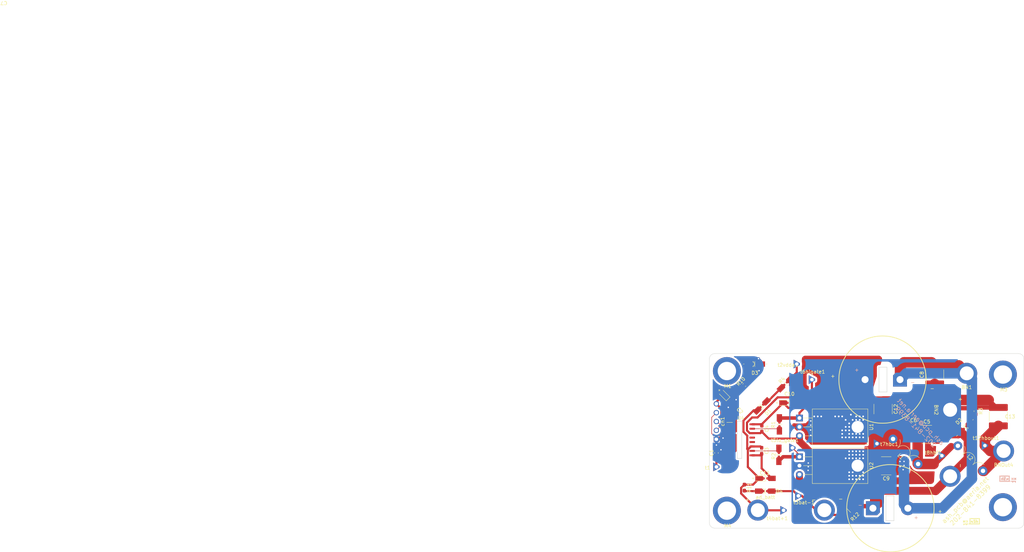
<source format=kicad_pcb>
(kicad_pcb (version 20211014) (generator pcbnew)
  (layers (0 "F.Cu" signal) (1 "In1.Cu" signal) (2 "In2.Cu" signal) (31 "B.Cu" signal) (34 "B.Paste" user) (35 "F.Paste" user) (36 "B.SilkS" user "B.Silkscreen") (37 "F.SilkS" user "F.Silkscreen") (38 "B.Mask" user) (39 "F.Mask" user) (44 "Edge.Cuts" user))
  (net 0 "")
  (net 1 "+3V3")
  (net 2 "GND")
  (net 3 "+BATT")
  (net 4 "-BATT")
  (net 5 "+VDC")
  (net 6 "hb_a_in")
  (net 7 "hb_b_in")
  (net 8 "hb_dis")
  (net 13 "/amp/vdda")
  (net 14 "/amp/hb_rawmid")
  (net 15 "-VDC")
  (net 16 "/amp/nw")
  (net 17 "/amp/sw")
  (net 18 "/amp/ne")
  (net 19 "/amp/se")
  (net 20 "/amp/vdda_bootstrap_inrush_limit")
  (net 21 "/amp/3v3led_drop")
  (net 22 "/amp/voa")
  (net 23 "/amp/lo_gate")
  (net 24 "/amp/hb_filtmid")
  (net 25 "/amp/hi_gate")
  (net 26 "/amp/vdc_midpoint")
  (net 27 "/amp/hbout")
  (net 28 "/amp/vob")
  (net 29 "/amp/dcled_drop")
  (net 30 "/amp/batled-drop")
  (footprint "libverter:bettrsmt_polar" (layer "F.Cu") (at 116.05 135.75)
    (fp_text reference "C11" (at -0.2 -1.55) (layer "F.SilkS"))
    (fp_text value "10uC" hide)
    (pad "1" smd roundrect (at -1.778 0) (size 2.286 1.524) (layers "F.Cu" "F.Paste" "F.Mask") (roundrect_rratio 0) (chamfer_ratio 0.2) (chamfer top_right bottom_right) (net 3 "+BATT"))
    (pad "1" smd roundrect (at -0.51 0) (size 0.54 0.64) (layers "F.Cu" "F.Paste" "F.Mask") (net 3 "+BATT"))
    (pad "2" smd roundrect (at 1.778 0) (size 2.286 1.524) (layers "F.Cu" "F.Paste" "F.Mask") (roundrect_rratio 0) (chamfer_ratio 0.2) (chamfer top_left bottom_left) (net 4 "-BATT"))
    (pad "2" smd roundrect (at 0.51 0) (size 0.54 0.64) (layers "F.Cu" "F.Paste" "F.Mask") (net 4 "-BATT"))
  )
  (footprint "libverter:m5mount" (layer "F.Cu") (at 105 105)
    (fp_text reference "M1" (at 0.254 4.318 unlocked) (layer "F.SilkS"))
    (fp_text value "m5")
    (pad "1" thru_hole circle locked (at 0 0) (size 8 8) (drill 5.25) (layers *.Cu *.Mask) (net 16 "/amp/nw"))
  )
  (footprint "libverter:bettrsmt" (layer "F.Cu") (at 139.889376 144.960624 -135)
    (fp_text reference "R12" (at 0 -2.54 45) (layer "F.SilkS"))
    (fp_text value "0R")
    (pad "1" smd roundrect (at -0.51 0 225) (size 0.54 0.64) (layers "F.Cu" "F.Paste" "F.Mask") (net 15 "-VDC"))
    (pad "1" smd roundrect (at -1.778 0 225) (size 2.286 1.524) (layers "F.Cu" "F.Paste" "F.Mask") (roundrect_rratio 0) (chamfer_ratio 0.2) (chamfer top_right bottom_right) (net 15 "-VDC"))
    (pad "2" smd roundrect (at 0.51 0 225) (size 0.54 0.64) (layers "F.Cu" "F.Paste" "F.Mask") (net 4 "-BATT"))
    (pad "2" smd roundrect (at 1.778 0 225) (size 2.286 1.524) (layers "F.Cu" "F.Paste" "F.Mask") (roundrect_rratio 0) (chamfer_ratio 0.2) (chamfer top_left bottom_left) (net 4 "-BATT"))
  )
  (footprint "libverter:bannahammuk" (layer "F.Cu") (at 168.9 116.1 -90)
    (fp_text reference "BN2" (at 0 4 -90 unlocked) (layer "F.SilkS"))
    (fp_text value "bana" hide)
    (fp_text user "-" (at 16 -3 -90 unlocked) (layer "F.SilkS"))
    (fp_text user "+" (at -3 -3 -90 unlocked) (layer "F.SilkS"))
    (pad "1" thru_hole circle (at 0 0 270) (size 6 6) (drill 4) (property pad_prop_testpoint) (layers *.Cu *.Mask) (net 5 "+VDC"))
    (pad "2" thru_hole circle (at 19.05 0 270) (size 6 6) (drill 4) (property pad_prop_testpoint) (layers *.Cu *.Mask) (net 15 "-VDC"))
  )
  (footprint "libverter:m5mount" (layer "F.Cu") (at 184 144)
    (fp_text reference "M2" hide)
    (fp_text value "m5" hide)
    (pad "1" thru_hole circle locked (at 0 0) (size 8 8) (drill 5.25) (layers *.Cu *.Mask) (net 17 "/amp/sw"))
  )
  (footprint "libverter:tp" (layer "F.Cu") (at 125.45 140.75)
    (fp_text reference "t3bat-1" (at 1.6 1.9 unlocked) (layer "F.SilkS"))
    (fp_text value "tp" hide)
    (pad "1" thru_hole trapezoid (at 0 0) (size 1.824 1.524) (rect_delta 1 0) (drill 1) (layers *.Cu *.Mask) (net 4 "-BATT"))
  )
  (footprint "libverter:tp" (layer "F.Cu") (at 178.85 126.35)
    (fp_text reference "t12hbout1" (at 0.3 -2.15 unlocked) (layer "F.SilkS"))
    (fp_text value "tp")
    (pad "1" thru_hole trapezoid (at 0 0) (size 1.824 1.524) (rect_delta 1 0) (drill 1) (layers *.Cu *.Mask) (net 27 "/amp/hbout"))
  )
  (footprint "libverter:tp" (layer "F.Cu") (at 125 103)
    (fp_text reference "t2vdda1" (at -2.54 0.254 unlocked) (layer "F.SilkS"))
    (fp_text value "tp" hide)
    (pad "1" thru_hole trapezoid (at 0 0) (size 1.824 1.524) (rect_delta 1 0) (drill 1) (layers *.Cu *.Mask) (net 13 "/amp/vdda"))
  )
  (footprint "libverter:jumper.1x5" (layer "F.Cu") (at 104.526 119.46 90)
    (fp_text reference "cn1" (at 0 -0.762 90 unlocked) (layer "F.SilkS"))
    (fp_text value "jumper5" hide)
    (pad "1" thru_hole rect locked (at -5.08 -2.54 90) (size 1.524 1.524) (drill 1) (layers *.Cu *.Mask) (net 2 "GND"))
    (pad "2" thru_hole circle locked (at -2.54 -2.54 90) (size 1.524 1.524) (drill 1) (layers *.Cu *.Mask) (net 7 "hb_b_in"))
    (pad "3" thru_hole circle locked (at 0 -2.54 90) (size 1.524 1.524) (drill 1) (layers *.Cu *.Mask) (net 6 "hb_a_in"))
    (pad "4" thru_hole circle locked (at 2.54 -2.54 90) (size 1.524 1.524) (drill 1) (layers *.Cu *.Mask) (net 8 "hb_dis"))
    (pad "5" thru_hole circle locked (at 5.08 -2.54 90) (size 1.524 1.524) (drill 1) (layers *.Cu *.Mask) (net 1 "+3V3"))
  )
  (footprint "libverter:bettrsmt" (layer "F.Cu") (at 120.03 120.2775 90)
    (fp_text reference "R1" (at -0.1 -1.75 90) (layer "F.SilkS"))
    (fp_text value "10R" hide)
    (pad "1" smd roundrect locked (at -1.778 0 90) (size 2.286 1.524) (layers "F.Cu" "F.Paste" "F.Mask") (roundrect_rratio 0) (chamfer_ratio 0.2) (chamfer top_right bottom_right) (net 22 "/amp/voa"))
    (pad "1" smd roundrect locked (at -0.51 0 90) (size 0.54 0.64) (layers "F.Cu" "F.Paste" "F.Mask") (net 22 "/amp/voa"))
    (pad "2" smd roundrect locked (at 1.778 0 90) (size 2.286 1.524) (layers "F.Cu" "F.Paste" "F.Mask") (roundrect_rratio 0) (chamfer_ratio 0.2) (chamfer top_left bottom_left) (net 25 "/amp/hi_gate"))
    (pad "2" smd roundrect locked (at 0.51 0 90) (size 0.54 0.64) (layers "F.Cu" "F.Paste" "F.Mask") (net 25 "/amp/hi_gate"))
  )
  (footprint "libverter:bettrsmt_diode" (layer "F.Cu") (at 115 115 -135)
    (fp_text reference "D1" (at 0 -2.54 -315) (layer "F.SilkS"))
    (fp_text value "D")
    (pad "1" smd roundrect (at -1.778 0 225) (size 2.286 1.524) (layers "F.Cu" "F.Paste" "F.Mask") (roundrect_rratio 0) (chamfer_ratio 0.2) (chamfer top_right bottom_right) (net 20 "/amp/vdda_bootstrap_inrush_limit"))
    (pad "1" smd roundrect (at -0.51 0 225) (size 0.54 0.64) (layers "F.Cu" "F.Paste" "F.Mask") (net 20 "/amp/vdda_bootstrap_inrush_limit"))
    (pad "2" smd roundrect (at 0.51 0 225) (size 0.54 0.64) (layers "F.Cu" "F.Paste" "F.Mask") (net 3 "+BATT"))
    (pad "2" smd roundrect (at 1.778 0 225) (size 2.286 1.524) (layers "F.Cu" "F.Paste" "F.Mask") (roundrect_rratio 0) (chamfer_ratio 0.2) (chamfer top_left bottom_left) (net 3 "+BATT"))
  )
  (footprint "libverter:tp" (layer "F.Cu") (at 102 132.46)
    (fp_text reference "t1" (at -2.54 0.254 unlocked) (layer "F.SilkS"))
    (fp_text value "tp" hide)
    (pad "1" thru_hole trapezoid (at 0 0) (size 1.824 1.524) (rect_delta 1 0) (drill 1) (layers *.Cu *.Mask) (net 1 "+3V3"))
  )
  (footprint "libverter:tp" (layer "F.Cu") (at 121.2 144.9)
    (fp_text reference "t4bat+1" (at -1.8 2.3 unlocked) (layer "F.SilkS"))
    (fp_text value "tp" hide)
    (pad "1" thru_hole trapezoid (at 0 0) (size 1.824 1.524) (rect_delta 1 0) (drill 1) (layers *.Cu *.Mask) (net 3 "+BATT"))
  )
  (footprint "libverter:m5mount" (layer "F.Cu") (at 184 106)
    (fp_text reference "M3" (at 0.254 4.318 unlocked) (layer "F.SilkS"))
    (fp_text value "m5" hide)
    (pad "1" thru_hole circle locked (at 0 0) (size 8 8) (drill 5.25) (layers *.Cu *.Mask) (net 18 "/amp/ne"))
  )
  (footprint "generic-chkn:C_0603_1608Metric_Pad1.08x0.95mm_HandSolder" (layer "F.Cu") (at 115 121.5 -90)
    (fp_text reference "C4" (at 0 -1.43 -90) (layer "F.SilkS"))
    (fp_text value "1uC" hide)
    (pad "1" smd roundrect (at -0.8625 0 270) (size 1.075 0.95) (layers "F.Cu" "F.Paste" "F.Mask") (net 13 "/amp/vdda"))
    (pad "2" smd roundrect (at 0.8625 0 270) (size 1.075 0.95) (layers "F.Cu" "F.Paste" "F.Mask") (net 14 "/amp/hb_rawmid"))
  )
  (footprint "generic-chkn:C_2220_5650Metric_Pad1.97x5.40mm_HandSolder" (layer "F.Cu") (at 162.25 123.15)
    (fp_text reference "C5" (at 0 -3.65) (layer "F.SilkS"))
    (fp_text value "470nC")
    (pad "1" smd roundrect (at -2.6375 0) (size 1.975 5.4) (layers "F.Cu" "F.Paste" "F.Mask") (roundrect_rratio 0.1265817722) (net 24 "/amp/hb_filtmid"))
    (pad "2" smd roundrect (at 2.6375 0) (size 1.975 5.4) (layers "F.Cu" "F.Paste" "F.Mask") (roundrect_rratio 0.1265817722) (net 15 "-VDC"))
  )
  (footprint "libverter:Lish" (layer "F.Cu") (at 154.346051 129.838154 -45)
    (fp_text reference "L1" (at 0 -0.5 -45 unlocked) (layer "F.SilkS"))
    (fp_text value "47mL")
    (pad "1" thru_hole circle locked (at -5.08 -2.54 315) (size 2.524 2.524) (drill 1.262) (layers *.Cu *.Mask) (net 14 "/amp/hb_rawmid"))
    (pad "2" thru_hole circle locked (at 5.08 -2.54 315) (size 2.524 2.524) (drill 1.262) (layers *.Cu *.Mask) (net 24 "/amp/hb_filtmid"))
  )
  (footprint "generic-chkn:C_0603_1608Metric_Pad1.08x0.95mm_HandSolder" (layer "F.Cu") (at 114.95 127.85 -90)
    (fp_text reference "C3" (at 0 -1.43 -90) (layer "F.SilkS"))
    (fp_text value "1uC" hide)
    (pad "1" smd roundrect (at -0.8625 0 270) (size 1.075 0.95) (layers "F.Cu" "F.Paste" "F.Mask") (net 3 "+BATT"))
    (pad "2" smd roundrect (at 0.8625 0 270) (size 1.075 0.95) (layers "F.Cu" "F.Paste" "F.Mask") (net 4 "-BATT"))
  )
  (footprint "libverter:bannahammuk" (layer "F.Cu") (at 113.85 144.85)
    (fp_text reference "BN3" hide)
    (fp_text value "bana" hide)
    (fp_text user "+" (at -3 -3 unlocked) (layer "F.SilkS"))
    (fp_text user "-" (at 16 -3 unlocked) (layer "F.SilkS"))
    (pad "1" thru_hole circle (at 0 0) (size 6 6) (drill 4) (property pad_prop_testpoint) (layers *.Cu *.Mask) (net 3 "+BATT"))
    (pad "2" thru_hole circle (at 19.05 0) (size 6 6) (drill 4) (property pad_prop_testpoint) (layers *.Cu *.Mask) (net 4 "-BATT"))
  )
  (footprint "libverter:TO-220-3_thermttabdrain" (layer "F.Cu") (at 125.77 129.56 -90)
    (fp_text reference "U2" (at 2.54 -20.58 -90) (layer "F.SilkS"))
    (fp_text value "coolmos70")
    (pad "" np_thru_hole oval (at 2.54 -16.66 270) (size 3.5 3.5) (drill 3.5) (layers *.Cu *.Mask) (net 14 "/amp/hb_rawmid"))
    (pad "1" thru_hole rect (at 0 0 270) (size 1.905 2) (drill 1.1) (layers *.Cu *.Mask) (net 23 "/amp/lo_gate"))
    (pad "2" smd rect (at 2.619 -11.131 270) (size 9.762 16.262) (layers "F.Cu" "F.Paste" "F.Mask") (net 14 "/amp/hb_rawmid"))
    (pad "2" thru_hole oval (at 2.54 0 270) (size 1.905 2) (drill 1.1) (layers *.Cu *.Mask) (net 14 "/amp/hb_rawmid"))
    (pad "3" thru_hole oval (at 5.08 0 270) (size 1.905 2) (drill 1.1) (layers *.Cu *.Mask) (net 15 "-VDC"))
  )
  (footprint "libverter:epcos-d-25" (layer "F.Cu") (at 149.55 107.45)
    (fp_text reference "C6" (at 8.89 11.684 unlocked) (layer "F.SilkS"))
    (fp_text value "47uC")
    (fp_text user "-" (at 8.636 0.762 unlocked) (layer "B.SilkS"))
    (fp_text user "+" (at -7.366 -2.794 unlocked) (layer "B.SilkS"))
    (fp_text user "+" (at -14.224 -1.016 unlocked) (layer "F.SilkS"))
    (fp_text user "-" (at 14.224 2.54 unlocked) (layer "F.SilkS"))
    (fp_line (start -1.016 -3.556) (end 1.27 -3.556) (layer "Edge.Cuts") (width 0.12))
    (fp_line (start -1.016 3.556) (end -1.016 -3.556) (layer "Edge.Cuts") (width 0.12))
    (fp_line (start 1.27 -3.556) (end 1.27 3.556) (layer "Edge.Cuts") (width 0.12))
    (fp_line (start 1.27 3.556) (end -1.016 3.556) (layer "Edge.Cuts") (width 0.12))
    (pad "1" thru_hole circle (at -5 0) (size 4 4) (drill 2) (layers *.Cu *.Mask) (net 5 "+VDC"))
    (pad "2" thru_hole roundrect (at 5 0) (size 4 4) (drill 2) (layers *.Cu *.Mask) (roundrect_rratio 0) (chamfer_ratio 0.2) (chamfer top_left) (net 26 "/amp/vdc_midpoint"))
  )
  (footprint "generic-chkn:C_0603_1608Metric_Pad1.08x0.95mm_HandSolder" (layer "F.Cu") (at 176.25 116.5 -90)
    (fp_text reference "R3" (at 0 -1.43 90) (layer "F.SilkS"))
    (fp_text value "1MR")
    (pad "1" smd roundrect (at -0.8625 0 270) (size 1.075 0.95) (layers "F.Cu" "F.Paste" "F.Mask") (net 5 "+VDC"))
    (pad "2" smd roundrect (at 0.8625 0 270) (size 1.075 0.95) (layers "F.Cu" "F.Paste" "F.Mask") (net 29 "/amp/dcled_drop"))
  )
  (footprint "libverter:tp" (layer "F.Cu") (at 129.34 107.46)
    (fp_text reference "t6higate1" (at 0.2 -2.25 unlocked) (layer "F.SilkS"))
    (fp_text value "tp" hide)
    (pad "1" thru_hole trapezoid (at 0 0) (size 1.824 1.524) (rect_delta 1 0) (drill 1) (layers *.Cu *.Mask) (net 25 "/amp/hi_gate"))
  )
  (footprint "libverter:aum" (layer "F.Cu") (at 109 124.7)
    (fp_text reference "U4" (at 0 -6.223) (layer "F.SilkS"))
    (fp_text value "adum3223")
    (fp_line (start -1.016 -5.334) (end 0.254 -5.334) (layer "Edge.Cuts") (width 0.12))
    (fp_line (start 0.254 -5.334) (end 0.254 5.334) (layer "Edge.Cuts") (width 0.12))
    (fp_line (start -1.016 5.334) (end -1.016 -5.334) (layer "Edge.Cuts") (width 0.12))
    (fp_line (start 0.254 5.334) (end -1.016 5.334) (layer "Edge.Cuts") (width 0.12))
    (pad "1" smd roundrect locked (at -3.25 -4.445) (size 1.6 0.55) (layers "F.Cu" "F.Paste" "F.Mask") (net 6 "hb_a_in"))
    (pad "2" smd roundrect locked (at -3.25 -3.175) (size 1.6 0.55) (layers "F.Cu" "F.Paste" "F.Mask") (net 7 "hb_b_in"))
    (pad "3" smd roundrect locked (at -3.25 -1.905) (size 1.6 0.55) (layers "F.Cu" "F.Paste" "F.Mask") (net 1 "+3V3"))
    (pad "4" smd roundrect locked (at -3.25 -0.635) (size 1.6 0.55) (layers "F.Cu" "F.Paste" "F.Mask") (net 2 "GND"))
    (pad "5" smd roundrect locked (at -3.25 0.635) (size 1.6 0.55) (layers "F.Cu" "F.Paste" "F.Mask") (net 8 "hb_dis"))
    (pad "6" smd roundrect locked (at -3.25 1.905) (size 1.6 0.55) (layers "F.Cu" "F.Paste" "F.Mask"))
    (pad "7" smd roundrect locked (at -3.25 3.175) (size 1.6 0.55) (layers "F.Cu" "F.Paste" "F.Mask"))
    (pad "8" smd roundrect locked (at -3.25 4.445) (size 1.6 0.55) (layers "F.Cu" "F.Paste" "F.Mask") (net 1 "+3V3"))
    (pad "9" smd roundrect locked (at 3.25 4.445) (size 1.6 0.55) (layers "F.Cu" "F.Paste" "F.Mask") (net 4 "-BATT"))
    (pad "10" smd roundrect locked (at 3.25 3.175) (size 1.6 0.55) (layers "F.Cu" "F.Paste" "F.Mask") (net 28 "/amp/vob"))
    (pad "11" smd roundrect locked (at 3.25 1.905) (size 1.6 0.55) (layers "F.Cu" "F.Paste" "F.Mask") (net 3 "+BATT"))
    (pad "12" smd roundrect locked (at 3.25 0.635) (size 1.6 0.55) (layers "F.Cu" "F.Paste" "F.Mask"))
    (pad "13" smd roundrect locked (at 3.25 -0.635) (size 1.6 0.55) (layers "F.Cu" "F.Paste" "F.Mask"))
    (pad "14" smd roundrect locked (at 3.25 -1.905) (size 1.6 0.55) (layers "F.Cu" "F.Paste" "F.Mask") (net 14 "/amp/hb_rawmid"))
    (pad "15" smd roundrect locked (at 3.25 -3.175) (size 1.6 0.55) (layers "F.Cu" "F.Paste" "F.Mask") (net 22 "/amp/voa"))
    (pad "16" smd roundrect locked (at 3.25 -4.445) (size 1.6 0.55) (layers "F.Cu" "F.Paste" "F.Mask") (net 13 "/amp/vdda"))
  )
  (footprint "libverter:bettrsmt" (layer "F.Cu") (at 119.88 129 90)
    (fp_text reference "R2" (at -0.4 -1.5 90) (layer "F.SilkS"))
    (fp_text value "10R")
    (pad "1" smd roundrect locked (at -1.778 0 90) (size 2.286 1.524) (layers "F.Cu" "F.Paste" "F.Mask") (roundrect_rratio 0) (chamfer_ratio 0.2) (chamfer top_right bottom_right) (net 23 "/amp/lo_gate"))
    (pad "1" smd roundrect locked (at -0.51 0 90) (size 0.54 0.64) (layers "F.Cu" "F.Paste" "F.Mask") (net 23 "/amp/lo_gate"))
    (pad "2" smd roundrect locked (at 0.51 0 90) (size 0.54 0.64) (layers "F.Cu" "F.Paste" "F.Mask") (net 28 "/amp/vob"))
    (pad "2" smd roundrect locked (at 1.778 0 90) (size 2.286 1.524) (layers "F.Cu" "F.Paste" "F.Mask") (roundrect_rratio 0) (chamfer_ratio 0.2) (chamfer top_left bottom_left) (net 28 "/amp/vob"))
  )
  (footprint "libverter:tp" (layer "F.Cu") (at 123.75 127)
    (fp_text reference "t5lo_gate1" (at -2.15 -2.2 unlocked) (layer "F.SilkS"))
    (fp_text value "tp" hide)
    (pad "1" thru_hole trapezoid (at 0 0) (size 1.824 1.524) (rect_delta 1 0) (drill 1) (layers *.Cu *.Mask) (net 23 "/amp/lo_gate"))
  )
  (footprint "libverter:tp" (layer "F.Cu") (at 166.55 129.25)
    (fp_text reference "t8hbf1" (at -2.54 -0.85 unlocked) (layer "F.SilkS"))
    (fp_text value "tp" hide)
    (pad "1" thru_hole trapezoid (at 0 0) (size 1.824 1.524) (rect_delta 1 0) (drill 1) (layers *.Cu *.Mask) (net 24 "/amp/hb_filtmid"))
  )
  (footprint "libverter:bettrsmt_polar" (layer "F.Cu") (at 122.9 114.1)
    (fp_text reference "C10" (at 0 -2.54) (layer "F.SilkS"))
    (fp_text value "10uC")
    (pad "1" smd roundrect locked (at -1.778 0) (size 2.286 1.524) (layers "F.Cu" "F.Paste" "F.Mask") (roundrect_rratio 0) (chamfer_ratio 0.2) (chamfer top_right bottom_right) (net 13 "/amp/vdda"))
    (pad "1" smd roundrect locked (at -0.51 0) (size 0.54 0.64) (layers "F.Cu" "F.Paste" "F.Mask") (net 13 "/amp/vdda"))
    (pad "2" smd roundrect locked (at 1.778 0) (size 2.286 1.524) (layers "F.Cu" "F.Paste" "F.Mask") (roundrect_rratio 0) (chamfer_ratio 0.2) (chamfer top_left bottom_left) (net 14 "/amp/hb_rawmid"))
    (pad "2" smd roundrect locked (at 0.51 0) (size 0.54 0.64) (layers "F.Cu" "F.Paste" "F.Mask") (net 14 "/amp/hb_rawmid"))
  )
  (footprint "libverter:TO-220-3_thermttabdrain" (layer "F.Cu") (at 125.77 118.46 -90)
    (fp_text reference "U1" (at 2.54 -20.58 -90) (layer "F.SilkS"))
    (fp_text value "coolmos70")
    (pad "" np_thru_hole oval (at 2.54 -16.66 270) (size 3.5 3.5) (drill 3.5) (layers *.Cu *.Mask) (net 5 "+VDC"))
    (pad "1" thru_hole rect (at 0 0 270) (size 1.905 2) (drill 1.1) (layers *.Cu *.Mask) (net 25 "/amp/hi_gate"))
    (pad "2" smd rect locked (at 2.619 -11.131 270) (size 9.762 16.262) (layers "F.Cu" "F.Paste" "F.Mask") (net 5 "+VDC"))
    (pad "2" thru_hole oval (at 2.54 0 270) (size 1.905 2) (drill 1.1) (layers *.Cu *.Mask) (net 5 "+VDC"))
    (pad "3" thru_hole oval (at 5.08 0 270) (size 1.905 2) (drill 1.1) (layers *.Cu *.Mask) (net 14 "/amp/hb_rawmid"))
  )
  (footprint "generic-chkn:C_2220_5650Metric_Pad1.97x5.40mm_HandSolder" (layer "F.Cu") (at 149.7 115.8875 -90)
    (fp_text reference "C12" (at 0 -3.65 90) (layer "F.SilkS"))
    (fp_text value "470nC")
    (pad "1" smd roundrect (at -2.6375 0 270) (size 1.975 5.4) (layers "F.Cu" "F.Paste" "F.Mask") (roundrect_rratio 0.1265817722) (net 5 "+VDC"))
    (pad "2" smd roundrect (at 2.6375 0 270) (size 1.975 5.4) (layers "F.Cu" "F.Paste" "F.Mask") (roundrect_rratio 0.1265817722) (net 14 "/amp/hb_rawmid"))
  )
  (footprint "bettersmt:ash_teeth" (layer "F.Cu") (at 172.359765 147.172081)
    (fp_text reference "" (at -0.1016 1.016) (layer "F.SilkS") (effects (font (size 1.016 0.762) (thickness 0.127))))
    (fp_text value "Val**" hide)
  )
  (footprint "generic-chkn:C_0603_1608Metric_Pad1.08x0.95mm_HandSolder" (layer "F.Cu") (at 110 138.4 -90)
    (fp_text reference "R11" (at 0 -1.43 -270) (layer "F.SilkS"))
    (fp_text value "10kR")
    (pad "1" smd roundrect (at -0.8625 0 270) (size 1.075 0.95) (layers "F.Cu" "F.Paste" "F.Mask") (net 3 "+BATT"))
    (pad "2" smd roundrect (at 0.8625 0 270) (size 1.075 0.95) (layers "F.Cu" "F.Paste" "F.Mask") (net 30 "/amp/batled-drop"))
  )
  (footprint "libverter:bettrsmt_diode" (layer "F.Cu") (at 113 103 180)
    (fp_text reference "D3" (at 0 -2.54) (layer "F.SilkS"))
    (fp_text value "3v3LED")
    (pad "1" smd roundrect locked (at -0.51 0 180) (size 0.54 0.64) (layers "F.Cu" "F.Paste" "F.Mask") (net 2 "GND"))
    (pad "1" smd roundrect locked (at -1.778 0 180) (size 2.286 1.524) (layers "F.Cu" "F.Paste" "F.Mask") (roundrect_rratio 0) (chamfer_ratio 0.2) (chamfer top_right bottom_right) (net 2 "GND"))
    (pad "2" smd roundrect locked (at 0.51 0 180) (size 0.54 0.64) (layers "F.Cu" "F.Paste" "F.Mask") (net 21 "/amp/3v3led_drop"))
    (pad "2" smd roundrect locked (at 1.778 0 180) (size 2.286 1.524) (layers "F.Cu" "F.Paste" "F.Mask") (roundrect_rratio 0) (chamfer_ratio 0.2) (chamfer top_left bottom_left) (net 21 "/amp/3v3led_drop"))
  )
  (footprint "libverter:Lish" (layer "F.Cu") (at 172.911846 131.803949 -45)
    (fp_text reference "L2" (at -0.258656 -2.646066 -45 unlocked) (layer "F.SilkS"))
    (fp_text value "47mL")
    (pad "1" thru_hole circle locked (at -5.08 -2.54 315) (size 2.524 2.524) (drill 1.262) (layers *.Cu *.Mask) (net 24 "/amp/hb_filtmid"))
    (pad "2" thru_hole circle locked (at 5.08 -2.54 315) (size 2.524 2.524) (drill 1.262) (layers *.Cu *.Mask) (net 27 "/amp/hbout"))
  )
  (footprint "libverter:bettrsmt_polar" (layer "F.Cu") (at 105.35 113 -45)
    (fp_text reference "C2" (at 4.7515 0 135) (layer "F.SilkS"))
    (fp_text value "1uC")
    (pad "1" smd roundrect (at -0.51 0 315) (size 0.54 0.64) (layers "F.Cu" "F.Paste" "F.Mask") (net 1 "+3V3"))
    (pad "1" smd roundrect (at -1.778 0 315) (size 2.286 1.524) (layers "F.Cu" "F.Paste" "F.Mask") (roundrect_rratio 0) (chamfer_ratio 0.2) (chamfer top_right bottom_right) (net 1 "+3V3"))
    (pad "2" smd roundrect (at 0.51 0 315) (size 0.54 0.64) (layers "F.Cu" "F.Paste" "F.Mask") (net 2 "GND"))
    (pad "2" smd roundrect (at 1.778 0 315) (size 2.286 1.524) (layers "F.Cu" "F.Paste" "F.Mask") (roundrect_rratio 0) (chamfer_ratio 0.2) (chamfer top_left bottom_left) (net 2 "GND"))
  )
  (footprint "generic-chkn:C_2220_5650Metric_Pad1.97x5.40mm_HandSolder" (layer "F.Cu") (at 182.7 118.0625 -90)
    (fp_text reference "C13" (at -0.0125 -3.35) (layer "F.SilkS"))
    (fp_text value "470nC" hide)
    (pad "1" smd roundrect (at -2.6375 0 270) (size 1.975 5.4) (layers "F.Cu" "F.Paste" "F.Mask") (roundrect_rratio 0.1265817722) (net 5 "+VDC"))
    (pad "2" smd roundrect (at 2.6375 0 270) (size 1.975 5.4) (layers "F.Cu" "F.Paste" "F.Mask") (roundrect_rratio 0.1265817722) (net 27 "/amp/hbout"))
  )
  (footprint "generic-chkn:C_0603_1608Metric_Pad1.08x0.95mm_HandSolder" (layer "F.Cu") (at 110 109 45)
    (fp_text reference "R10" (at 0 -1.43 45) (layer "F.SilkS"))
    (fp_text value "620R")
    (pad "1" smd roundrect locked (at -0.8625 0 45) (size 1.075 0.95) (layers "F.Cu" "F.Paste" "F.Mask") (net 1 "+3V3"))
    (pad "2" smd roundrect locked (at 0.8625 0 45) (size 1.075 0.95) (layers "F.Cu" "F.Paste" "F.Mask") (net 21 "/amp/3v3led_drop"))
  )
  (footprint "libverter:bettrsmt" (layer "F.Cu") (at 121.8 108.6 45)
    (fp_text reference "R4" (at -0.070711 -1.414214 45) (layer "F.SilkS"))
    (fp_text value "27R")
    (pad "1" smd roundrect (at -0.51 0 45) (size 0.54 0.64) (layers "F.Cu" "F.Paste" "F.Mask") (net 20 "/amp/vdda_bootstrap_inrush_limit"))
    (pad "1" smd roundrect (at -1.778 0 45) (size 2.286 1.524) (layers "F.Cu" "F.Paste" "F.Mask") (roundrect_rratio 0) (chamfer_ratio 0.2) (chamfer top_right bottom_right) (net 20 "/amp/vdda_bootstrap_inrush_limit"))
    (pad "2" smd roundrect (at 1.778 0 45) (size 2.286 1.524) (layers "F.Cu" "F.Paste" "F.Mask") (roundrect_rratio 0) (chamfer_ratio 0.2) (chamfer top_left bottom_left) (net 13 "/amp/vdda"))
    (pad "2" smd roundrect (at 0.51 0 45) (size 0.54 0.64) (layers "F.Cu" "F.Paste" "F.Mask") (net 13 "/amp/vdda"))
  )
  (footprint "generic-chkn:C_2220_5650Metric_Pad1.97x5.40mm_HandSolder" (layer "F.Cu") (at 150.6 132.15 180)
    (fp_text reference "C9" (at 0 -3.65) (layer "F.SilkS"))
    (fp_text value "470nC")
    (pad "1" smd roundrect (at -2.6375 0 180) (size 1.975 5.4) (layers "F.Cu" "F.Paste" "F.Mask") (roundrect_rratio 0.1265817722) (net 26 "/amp/vdc_midpoint"))
    (pad "2" smd roundrect (at 2.6375 0 180) (size 1.975 5.4) (layers "F.Cu" "F.Paste" "F.Mask") (roundrect_rratio 0.1265817722) (net 15 "-VDC"))
  )
  (footprint "libverter:tp" (layer "F.Cu") (at 147.95 125.8)
    (fp_text reference "t7hbc1" (at 3.5 0.15 unlocked) (layer "F.SilkS"))
    (fp_text value "tp")
    (pad "1" thru_hole trapezoid (at 0 0) (size 1.824 1.524) (rect_delta 1 0) (drill 1) (layers *.Cu *.Mask) (net 14 "/amp/hb_rawmid"))
  )
  (footprint "libverter:bannaone" (layer "F.Cu") (at 173.65 105.65)
    (fp_text reference "BN1" (at 0 4 unlocked) (layer "F.SilkS"))
    (fp_text value "bana_1" hide)
    (pad "1" thru_hole circle (at 0 0) (size 6 6) (drill 4) (property pad_prop_testpoint) (layers *.Cu *.Mask) (net 26 "/amp/vdc_midpoint"))
  )
  (footprint "generic-chkn:C_0603_1608Metric_Pad1.08x0.95mm_HandSolder" (layer "F.Cu") (at 102 128.46 90)
    (fp_text reference "C1" (at 0 -1.43 90) (layer "F.SilkS"))
    (fp_text value "100nC")
    (pad "1" smd roundrect (at -0.8625 0 90) (size 1.075 0.95) (layers "F.Cu" "F.Paste" "F.Mask") (net 1 "+3V3"))
    (pad "2" smd roundrect (at 0.8625 0 90) (size 1.075 0.95) (layers "F.Cu" "F.Paste" "F.Mask") (net 2 "GND"))
  )
  (footprint "libverter:bettrsmt_diode" (layer "F.Cu") (at 115.973 139.4 180)
    (fp_text reference "D4" (at -4.027 -0.05) (layer "F.SilkS"))
    (fp_text value "BattLED" hide)
    (pad "1" smd roundrect (at -0.51 0 180) (size 0.54 0.64) (layers "F.Cu" "F.Paste" "F.Mask") (net 4 "-BATT"))
    (pad "1" smd roundrect (at -1.778 0 180) (size 2.286 1.524) (layers "F.Cu" "F.Paste" "F.Mask") (roundrect_rratio 0) (chamfer_ratio 0.2) (chamfer top_right bottom_right) (net 4 "-BATT"))
    (pad "2" smd roundrect (at 1.778 0 180) (size 2.286 1.524) (layers "F.Cu" "F.Paste" "F.Mask") (roundrect_rratio 0) (chamfer_ratio 0.2) (chamfer top_left bottom_left) (net 30 "/amp/batled-drop"))
    (pad "2" smd roundrect (at 0.51 0 180) (size 0.54 0.64) (layers "F.Cu" "F.Paste" "F.Mask") (net 30 "/amp/batled-drop"))
  )
  (footprint "generic-chkn:C_2220_5650Metric_Pad1.97x5.40mm_HandSolder" (layer "F.Cu") (at 164.4625 106.05 90)
    (fp_text reference "C8" (at 0 -3.65 90) (layer "F.SilkS"))
    (fp_text value "470nC")
    (pad "1" smd roundrect (at -2.6375 0 90) (size 1.975 5.4) (layers "F.Cu" "F.Paste" "F.Mask") (roundrect_rratio 0.1265817722) (net 5 "+VDC"))
    (pad "2" smd roundrect (at 2.6375 0 90) (size 1.975 5.4) (layers "F.Cu" "F.Paste" "F.Mask") (roundrect_rratio 0.1265817722) (net 26 "/amp/vdc_midpoint"))
  )
  (footprint "libverter:bannaone" (layer "F.Cu") (at 184.2 127.9)
    (fp_text reference "BNOut4" (at 0 4 unlocked) (layer "F.SilkS"))
    (fp_text value "bana_1" hide)
    (pad "1" thru_hole circle locked (at 0 0) (size 6 6) (drill 4) (property pad_prop_testpoint) (layers *.Cu *.Mask) (net 27 "/amp/hbout"))
  )
  (footprint "libverter:bettrsmt_diode" (layer "F.Cu") (at 173.2 121.2 45)
    (fp_text reference "D2" (at 0 -2.54 45) (layer "F.SilkS"))
    (fp_text value "dcLED" hide)
    (pad "1" smd roundrect (at -0.51 0 45) (size 0.54 0.64) (layers "F.Cu" "F.Paste" "F.Mask") (net 15 "-VDC"))
    (pad "1" smd roundrect (at -1.778 0 45) (size 2.286 1.524) (layers "F.Cu" "F.Paste" "F.Mask") (roundrect_rratio 0) (chamfer_ratio 0.2) (chamfer top_right bottom_right) (net 15 "-VDC"))
    (pad "2" smd roundrect (at 0.51 0 45) (size 0.54 0.64) (layers "F.Cu" "F.Paste" "F.Mask") (net 29 "/amp/dcled_drop"))
    (pad "2" smd roundrect (at 1.778 0 45) (size 2.286 1.524) (layers "F.Cu" "F.Paste" "F.Mask") (roundrect_rratio 0) (chamfer_ratio 0.2) (chamfer top_left bottom_left) (net 29 "/amp/dcled_drop"))
  )
  (footprint "libverter:epcos-d-25" (layer "F.Cu") (at 151.8 144.3 180)
    (fp_text reference "C7" (at 253.75 144.75 180 unlocked) (layer "F.SilkS"))
    (fp_text value "47uC")
    (fp_text user "-" (at 8.636 0.762 180 unlocked) (layer "B.SilkS"))
    (fp_text user "+" (at -7.366 -2.794 180 unlocked) (layer "B.SilkS"))
    (fp_text user "-" (at 14.224 2.54 180 unlocked) (layer "F.SilkS"))
    (fp_text user "+" (at -14.224 -1.016 180 unlocked) (layer "F.SilkS"))
    (fp_line (start 1.27 -3.556) (end 1.27 3.556) (layer "Edge.Cuts") (width 0.12))
    (fp_line (start 1.27 3.556) (end -1.016 3.556) (layer "Edge.Cuts") (width 0.12))
    (fp_line (start -1.016 3.556) (end -1.016 -3.556) (layer "Edge.Cuts") (width 0.12))
    (fp_line (start -1.016 -3.556) (end 1.27 -3.556) (layer "Edge.Cuts") (width 0.12))
    (pad "1" thru_hole circle (at -5 0 180) (size 4 4) (drill 2) (layers *.Cu *.Mask) (net 26 "/amp/vdc_midpoint"))
    (pad "2" thru_hole roundrect (at 5 0 180) (size 4 4) (drill 2) (layers *.Cu *.Mask) (roundrect_rratio 0) (chamfer_ratio 0.2) (chamfer top_left) (net 15 "-VDC"))
  )
  (footprint "libverter:m5mount" (layer "F.Cu") (at 105 145)
    (fp_text reference "M4" (at 0.254 4.318 unlocked) (layer "F.SilkS"))
    (fp_text value "m5")
    (pad "1" thru_hole circle locked (at 0 0) (size 8 8) (drill 5.25) (layers *.Cu *.Mask) (net 19 "/amp/se"))
  )
  (footprint "bettersmt:ash_teeth" (layer "B.Cu") (at 188.040235 134.972081 180)
    (fp_text reference "" (at -0.1016 -1.016) (layer "B.SilkS") (effects (font (size 1.016 0.762) (thickness 0.127)) (justify mirror)))
    (fp_text value "Val**" hide)
  )
  (gr_line (start 105.15 121.45) (end 105.05 121.5) (layer "F.Cu") (width 0.2))
  (gr_arc locked (start 188.5 100) (mid 189.56066 100.43934) (end 190 101.5) (layer "Edge.Cuts") (width 0.1))
  (gr_arc locked (start 100 101.5) (mid 100.43934 100.43934) (end 101.5 100) (layer "Edge.Cuts") (width 0.1))
  (gr_line locked (start 188.5 100) (end 101.5 100) (layer "Edge.Cuts") (width 0.1))
  (gr_line locked (start 101.55 150) (end 188.5 150) (layer "Edge.Cuts") (width 0.1))
  (gr_arc locked (start 190 148.5) (mid 189.56066 149.56066) (end 188.5 150) (layer "Edge.Cuts") (width 0.1))
  (gr_arc locked (start 101.5 150) (mid 100.43934 149.56066) (end 100 148.5) (layer "Edge.Cuts") (width 0.1))
  (gr_line locked (start 190 148.5) (end 190 101.5) (layer "Edge.Cuts") (width 0.1))
  (gr_line locked (start 100 101.5) (end 100 148.5) (layer "Edge.Cuts") (width 0.1))
  (gr_text "ash_pcb@aeria.net\n202-841-8399" (at 159.75 120.3 -45) (layer "B.SilkS") (effects (font (size 1.3 1.3)) (justify mirror)))
  (gr_text "ad_batt" (at 116 141.15) (layer "F.SilkS") (effects (font (size 1 1))))
  (gr_text "ash_pcb@aeria.net\n202-841-8399" (at 173.95 142.65 45) (layer "F.SilkS") (effects (font (size 1.3 1.3))))
  (segment (start 102 129.3225) (end 105.56736 129.3225) (width 1) (layer "F.Cu") (net 1))
  (segment (start 104.092764 111.742764) (end 105.435528 110.4) (width 0.6) (layer "F.Cu") (net 1))
  (segment (start 107.55 118.95) (end 106.9 118.3) (width 0.6) (layer "F.Cu") (net 1))
  (segment (start 107.475711 127.850171) (end 107.475711 123.282244) (width 0.6) (layer "F.Cu") (net 1))
  (segment (start 101.986 113.849528) (end 104.092764 111.742764) (width 0.6) (layer "F.Cu") (net 1))
  (segment (start 106.988467 122.795) (end 105.75 122.795) (width 0.6) (layer "F.Cu") (net 1))
  (segment (start 106.9 118.3) (end 103.4 118.3) (width 0.6) (layer "F.Cu") (net 1))
  (segment (start 103.4 118.3) (end 103.4 115.794) (width 0.6) (layer "F.Cu") (net 1))
  (segment (start 107.475711 123.282244) (end 106.988467 122.795) (width 0.6) (layer "F.Cu") (net 1))
  (segment (start 101.986 114.38) (end 101.986 113.849528) (width 0.6) (layer "F.Cu") (net 1))
  (segment (start 105.435528 110.4) (end 108.6 110.4) (width 0.6) (layer "F.Cu") (net 1))
  (segment (start 102 132.46) (end 102 129.3225) (width 0.6) (layer "F.Cu") (net 1))
  (segment (start 108.6 110.4) (end 109.39012 109.60988) (width 0.6) (layer "F.Cu") (net 1))
  (segment (start 105.75 129.145) (end 106.180882 129.145) (width 0.6) (layer "F.Cu") (net 1))
  (segment (start 106.988467 122.795) (end 107.55 122.233467) (width 0.6) (layer "F.Cu") (net 1))
  (segment (start 106.180882 129.145) (end 107.475711 127.850171) (width 0.6) (layer "F.Cu") (net 1))
  (segment (start 103.4 115.794) (end 101.986 114.38) (width 0.6) (layer "F.Cu") (net 1))
  (segment (start 107.55 122.233467) (end 107.55 118.95) (width 0.6) (layer "F.Cu") (net 1))
  (segment (start 114.778 104.322) (end 114.2 104.9) (width 0.6) (layer "F.Cu") (net 2))
  (segment (start 102.461 124.065) (end 101.986 124.54) (width 0.6) (layer "F.Cu") (net 2))
  (segment (start 114.778 103) (end 114.778 104.322) (width 0.6) (layer "F.Cu") (net 2))
  (segment (start 105.75 124.065) (end 102.461 124.065) (width 0.6) (layer "F.Cu") (net 2))
  (segment (start 103.2525 127.5975) (end 103.3 127.55) (width 0.6) (layer "F.Cu") (net 2))
  (segment (start 106.542764 114.257236) (end 105.4 115.4) (width 0.6) (layer "F.Cu") (net 2))
  (segment (start 114.778 102.178) (end 114.05 101.45) (width 0.6) (layer "F.Cu") (net 2))
  (segment (start 102 127.5975) (end 102 126.2) (width 0.6) (layer "F.Cu") (net 2))
  (segment (start 102 127.5975) (end 103.2525 127.5975) (width 0.6) (layer "F.Cu") (net 2))
  (segment (start 114.778 103) (end 114.778 102.178) (width 0.6) (layer "F.Cu") (net 2))
  (segment (start 102 126.2) (end 102 124.554) (width 0.6) (layer "F.Cu") (net 2))
  (segment (start 106.607236 114.242764) (end 107.65 113.2) (width 0.6) (layer "F.Cu") (net 2))
  (via (at 105.4 115.4) (size 0.8) (drill 0.4) (layers "F.Cu" "B.Cu") (net 2))
  (via (at 103.9 124.2) (size 0.6) (drill 0.4) (layers "F.Cu" "B.Cu") (net 2))
  (via (at 114.05 101.45) (size 0.8) (drill 0.4) (layers "F.Cu" "B.Cu") (net 2))
  (via (at 103.3 127.55) (size 0.8) (drill 0.4) (layers "F.Cu" "B.Cu") (net 2))
  (via (at 107.65 113.2) (size 0.8) (drill 0.4) (layers "F.Cu" "B.Cu") (net 2))
  (via (at 102 126.2) (size 0.8) (drill 0.4) (layers "F.Cu" "B.Cu") (net 2))
  (via (at 114.2 104.9) (size 0.8) (drill 0.4) (layers "F.Cu" "B.Cu") (net 2))
  (segment (start 109.750961 119.171409) (end 112.665134 116.257236) (width 0.6) (layer "F.Cu") (net 3))
  (segment (start 110.82678 127.320649) (end 110.82678 123.499039) (width 0.6) (layer "F.Cu") (net 3))
  (segment (start 114.5675 126.605) (end 114.95 126.9875) (width 0.6) (layer "F.Cu") (net 3))
  (segment (start 113.85 144.85) (end 109.07548 140.07548) (width 0.6) (layer "F.Cu") (net 3))
  (segment (start 109.07548 138.46202) (end 110 137.5375) (width 0.6) (layer "F.Cu") (net 3))
  (segment (start 110.82678 123.499039) (end 109.750961 122.42322) (width 0.6) (layer "F.Cu") (net 3))
  (segment (start 111.00048 132.47848) (end 114.272 135.75) (width 0.6) (layer "F.Cu") (net 3))
  (segment (start 121.2 144.9) (end 113.9 144.9) (width 0.6) (layer "F.Cu") (net 3))
  (segment (start 109.750961 122.42322) (end 109.750961 119.171409) (width 0.6) (layer "F.Cu") (net 3))
  (segment (start 111.889829 126.605) (end 111.00048 127.494349) (width 0.6) (layer "F.Cu") (net 3))
  (segment (start 112.4845 137.5375) (end 114.272 135.75) (width 0.6) (layer "F.Cu") (net 3))
  (segment (start 112.25 126.605) (end 111.889829 126.605) (width 0.6) (layer "F.Cu") (net 3))
  (segment (start 109.07548 140.07548) (end 109.07548 138.46202) (width 0.6) (layer "F.Cu") (net 3))
  (segment (start 111.00048 127.494349) (end 110.82678 127.320649) (width 0.6) (layer "F.Cu") (net 3))
  (segment (start 112.665134 116.257236) (end 113.742764 116.257236) (width 0.6) (layer "F.Cu") (net 3))
  (segment (start 111.00048 127.494349) (end 111.00048 132.47848) (width 0.6) (layer "F.Cu") (net 3))
  (segment (start 110 137.5375) (end 112.4845 137.5375) (width 0.6) (layer "F.Cu") (net 3))
  (segment (start 112.25 126.605) (end 114.5675 126.605) (width 0.6) (layer "F.Cu") (net 3))
  (segment (start 124.1 139.4) (end 125.45 140.75) (width 0.6) (layer "F.Cu") (net 4))
  (segment (start 138.63214 146.21786) (end 134.26786 146.21786) (width 0.6) (layer "F.Cu") (net 4))
  (segment (start 112.25 129.145) (end 114.5175 129.145) (width 0.6) (layer "F.Cu") (net 4))
  (segment (start 114.95 132.872) (end 114.95 128.7125) (width 0.6) (layer "F.Cu") (net 4))
  (segment (start 114.5175 129.145) (end 114.95 128.7125) (width 0.6) (layer "F.Cu") (net 4))
  (segment (start 125.45 140.75) (end 126.45 140.75) (width 0.6) (layer "F.Cu") (net 4))
  (segment (start 126.45 140.75) (end 130.55 144.85) (width 0.6) (layer "F.Cu") (net 4))
  (segment (start 117.751 139.4) (end 124.1 139.4) (width 0.6) (layer "F.Cu") (net 4))
  (segment (start 117.828 135.75) (end 114.95 132.872) (width 0.6) (layer "F.Cu") (net 4))
  (segment (start 176.25 115.6375) (end 169.3625 115.6375) (width 1.25) (layer "F.Cu") (net 5))
  (segment (start 182.7 115.425) (end 176.4625 115.425) (width 1.25) (layer "F.Cu") (net 5))
  (segment (start 168.9 113.125) (end 164.4625 108.6875) (width 3) (layer "F.Cu") (net 5))
  (segment locked (start 168.9 116.1) (end 168.9 113.125) (width 1.25) (layer "F.Cu") (net 5))
  (segment (start 144.55 113.43) (end 144.55 107.45) (width 2) (layer "F.Cu") (net 5))
  (segment (start 159.9 113.25) (end 164.4625 108.6875) (width 2) (layer "F.Cu") (net 5))
  (segment (start 149.7 113.25) (end 159.9 113.25) (width 2) (layer "F.Cu") (net 5))
  (segment (start 176.4625 115.425) (end 176.25 115.6375) (width 1.25) (layer "F.Cu") (net 5))
  (segment (start 179.95 113.3) (end 171.7 113.3) (width 3) (layer "F.Cu") (net 5))
  (segment (start 171.7 113.3) (end 168.9 116.1) (width 1.25) (layer "F.Cu") (net 5))
  (segment (start 182.075 115.425) (end 179.95 113.3) (width 1.25) (layer "F.Cu") (net 5))
  (via (at 143 118) (size 0.55) (drill 0.5) (layers "F.Cu" "B.Cu") (net 5))
  (via (at 132 118) (size 0.55) (drill 0.5) (layers "F.Cu" "B.Cu") (net 5))
  (via (at 140 123) (size 0.55) (drill 0.5) (layers "F.Cu" "B.Cu") (net 5))
  (via (at 129 119.3) (size 0.8) (drill 0.4) (layers "F.Cu" "B.Cu") (net 5))
  (via (at 137 118) (size 0.55) (drill 0.5) (layers "F.Cu" "B.Cu") (net 5))
  (via (at 128.95 121.9) (size 0.8) (drill 0.4) (layers "F.Cu" "B.Cu") (net 5))
  (via (at 139 124) (size 0.55) (drill 0.5) (layers "F.Cu" "B.Cu") (net 5))
  (via (at 144 123) (size 0.55) (drill 0.5) (layers "F.Cu" "B.Cu") (net 5))
  (via (at 144 119) (size 0.55) (drill 0.5) (layers "F.Cu" "B.Cu") (net 5))
  (via (at 143 119) (size 0.55) (drill 0.5) (layers "F.Cu" "B.Cu") (net 5))
  (via (at 138 123) (size 0.55) (drill 0.5) (layers "F.Cu" "B.Cu") (net 5))
  (via (at 141 119) (size 0.55) (drill 0.5) (layers "F.Cu" "B.Cu") (net 5))
  (via (at 138 118) (size 0.55) (drill 0.5) (layers "F.Cu" "B.Cu") (net 5))
  (via (at 144 124) (size 0.55) (drill 0.5) (layers "F.Cu" "B.Cu") (net 5))
  (via (at 144 118) (size 0.55) (drill 0.5) (layers "F.Cu" "B.Cu") (net 5))
  (via (at 142 124) (size 0.55) (drill 0.5) (layers "F.Cu" "B.Cu") (net 5))
  (via (at 142 119) (size 0.55) (drill 0.5) (layers "F.Cu" "B.Cu") (net 5))
  (via (at 138 122) (size 0.55) (drill 0.5) (layers "F.Cu" "B.Cu") (net 5))
  (via (at 141 124) (size 0.55) (drill 0.5) (layers "F.Cu" "B.Cu") (net 5))
  (via (at 139 122) (size 0.55) (drill 0.5) (layers "F.Cu" "B.Cu") (net 5))
  (via (at 129 123.4) (size 0.8) (drill 0.4) (layers "F.Cu" "B.Cu") (net 5))
  (via (at 140 122) (size 0.55) (drill 0.5) (layers "F.Cu" "B.Cu") (net 5))
  (via (at 140 124) (size 0.55) (drill 0.5) (layers "F.Cu" "B.Cu") (net 5))
  (via (at 138 124) (size 0.55) (drill 0.5) (layers "F.Cu" "B.Cu") (net 5))
  (via (at 140.49 117.49) (size 0.55) (drill 0.5) (layers "F.Cu" "B.Cu") (net 5))
  (via (at 140 121) (size 0.55) (drill 0.5) (layers "F.Cu" "B.Cu") (net 5))
  (via (at 140 120) (size 0.55) (drill 0.5) (layers "F.Cu" "B.Cu") (net 5))
  (via (at 129 120.5) (size 0.8) (drill 0.4) (layers "F.Cu" "B.Cu") (net 5))
  (via (at 142 123) (size 0.55) (drill 0.5) (layers "F.Cu" "B.Cu") (net 5))
  (via (at 142 118) (size 0.55) (drill 0.5) (layers "F.Cu" "B.Cu") (net 5))
  (via (at 131 118) (size 0.55) (drill 0.5) (layers "F.Cu" "B.Cu") (net 5))
  (via (at 143 123) (size 0.55) (drill 0.5) (layers "F.Cu" "B.Cu") (net 5))
  (via (at 130 118) (size 0.55) (drill 0.5) (layers "F.Cu" "B.Cu") (net 5))
  (via (at 136 118) (size 0.55) (drill 0.5) (layers "F.Cu" "B.Cu") (net 5))
  (via (at 139 121) (size 0.55) (drill 0.5) (layers "F.Cu" "B.Cu") (net 5))
  (via (at 143 124) (size 0.55) (drill 0.5) (layers "F.Cu" "B.Cu") (net 5))
  (via (at 141 123) (size 0.55) (drill 0.5) (layers "F.Cu" "B.Cu") (net 5))
  (via (at 138.99 118.99) (size 0.55) (drill 0.5) (layers "F.Cu" "B.Cu") (net 5))
  (segment (start 105.75 120.255) (end 102.955 120.255) (width 0.1524) (layer "F.Cu") (net 6))
  (segment (start 102.955 120.255) (end 102.35 119.65) (width 0.1524) (layer "F.Cu") (net 6))
  (segment (start 102.88767 121.09833) (end 101.986 122) (width 0.1524) (layer "F.Cu") (net 7))
  (segment (start 105.27966 121.09833) (end 102.88767 121.09833) (width 0.1524) (layer "F.Cu") (net 7))
  (segment (start 105.70633 121.525) (end 105.27966 121.09833) (width 0.1524) (layer "F.Cu") (net 7))
  (segment (start 106.95 124.17867) (end 106.95 123.5) (width 0.1524) (layer "F.Cu") (net 8))
  (segment (start 106.95 123.5) (end 101.25 123.5) (width 0.1524) (layer "F.Cu") (net 8))
  (segment (start 101.25 123.5) (end 100.65 122.9) (width 0.1524) (layer "F.Cu") (net 8))
  (segment (start 100.65 122.9) (end 100.65 118.256) (width 0.1524) (layer "F.Cu") (net 8))
  (segment (start 100.65 118.256) (end 101.986 116.92) (width 0.1524) (layer "F.Cu") (net 8))
  (segment (start 105.79367 125.335) (end 106.95 124.17867) (width 0.1524) (layer "F.Cu") (net 8))
  (segment (start 122.58352 115.56152) (end 126.11075 115.56152) (width 0.6) (layer "F.Cu") (net 13))
  (segment (start 127.7 113.97227) (end 127.7 113.7) (width 0.6) (layer "F.Cu") (net 13))
  (segment (start 127.7 113.7) (end 123.057236 109.057236) (width 0.6) (layer "F.Cu") (net 13))
  (segment (start 115 120.6375) (end 115 120.222) (width 0.6) (layer "F.Cu") (net 13))
  (segment (start 121.122 114.1) (end 122.58352 115.56152) (width 0.6) (layer "F.Cu") (net 13))
  (segment (start 114.6175 120.255) (end 115 120.6375) (width 0.6) (layer "F.Cu") (net 13))
  (segment (start 115 120.222) (end 121.122 114.1) (width 0.6) (layer "F.Cu") (net 13))
  (segment (start 125 105.4) (end 123.057236 107.342764) (width 0.6) (layer "F.Cu") (net 13))
  (segment (start 112.25 120.255) (end 114.6175 120.255) (width 0.6) (layer "F.Cu") (net 13))
  (segment (start 125 103) (end 125 105.4) (width 0.6) (layer "F.Cu") (net 13))
  (segment (start 126.11075 115.56152) (end 127.7 113.97227) (width 0.6) (layer "F.Cu") (net 13))
  (segment (start 123.057236 109.057236) (end 123.057236 107.342764) (width 0.6) (layer "F.Cu") (net 13))
  (segment (start 111.536275 122.795) (end 110.75048 122.009205) (width 0.6) (layer "F.Cu") (net 14))
  (segment (start 110.75048 119.770795) (end 112.217481 118.303794) (width 0.6) (layer "F.Cu") (net 14))
  (segment (start 110.75048 122.009205) (end 110.75048 119.770795) (width 0.6) (layer "F.Cu") (net 14))
  (segment (start 115 122.4) (end 116.95 124.35) (width 0.6) (layer "F.Cu") (net 14))
  (segment (start 115 122.3625) (end 114.5675 122.795) (width 0.6) (layer "F.Cu") (net 14))
  (segment (start 113.763106 118.303794) (end 119.5284 112.5385) (width 0.6) (layer "F.Cu") (net 14))
  (segment (start 112.25 122.795) (end 111.536275 122.795) (width 0.6) (layer "F.Cu") (net 14))
  (segment (start 112.217481 118.303794) (end 113.763106 118.303794) (width 0.6) (layer "F.Cu") (net 14))
  (segment (start 114.5675 122.795) (end 112.25 122.795) (width 0.6) (layer "F.Cu") (net 14))
  (segment (start 125.77 123.54) (end 125.77 125.0925) (width 2) (layer "F.Cu") (net 14))
  (segment (start 124.96 124.35) (end 125.77 123.54) (width 0.6) (layer "F.Cu") (net 14))
  (segment (start 125.77 125.0925) (end 132.8565 132.179) (width 2) (layer "F.Cu") (net 14))
  (segment (start 123.85 112.9) (end 123.85 113.272) (width 0.6) (layer "F.Cu") (net 14))
  (segment (start 123.4885 112.5385) (end 123.85 112.9) (width 0.6) (layer "F.Cu") (net 14))
  (segment (start 119.5284 112.5385) (end 123.4885 112.5385) (width 0.6) (layer "F.Cu") (net 14))
  (segment (start 116.95 124.35) (end 124.96 124.35) (width 0.6) (layer "F.Cu") (net 14))
  (segment (start 123.85 113.272) (end 124.678 114.1) (width 0.6) (layer "F.Cu") (net 14))
  (via (at 139 130) (size 0.55) (drill 0.5) (layers "F.Cu" "B.Cu") (net 14))
  (via (at 144 135) (size 0.55) (drill 0.5) (layers "F.Cu" "B.Cu") (net 14))
  (via (at 141 130) (size 0.55) (drill 0.5) (layers "F.Cu" "B.Cu") (net 14))
  (via (at 143 128) (size 0.55) (drill 0.5) (layers "F.Cu" "B.Cu") (net 14))
  (via (at 140 135) (size 0.55) (drill 0.5) (layers "F.Cu" "B.Cu") (net 14))
  (via (at 144 136) (size 0.7) (drill 0.5) (layers "F.Cu" "B.Cu") (net 14))
  (via (at 141 134) (size 0.55) (drill 0.5) (layers "F.Cu" "B.Cu") (net 14))
  (via (at 143 129) (size 0.55) (drill 0.5) (layers "F.Cu" "B.Cu") (net 14))
  (via (at 144 134) (size 0.55) (drill 0.5) (layers "F.Cu" "B.Cu") (net 14))
  (via (at 142 135) (size 0.55) (drill 0.5) (layers "F.Cu" "B.Cu") (net 14))
  (via (at 140 130) (size 0.55) (drill 0.5) (layers "F.Cu" "B.Cu") (net 14))
  (via (at 128.3 132.4) (size 0.8) (drill 0.4) (layers "F.Cu" "B.Cu") (net 14))
  (via (at 128.3 131.35) (size 0.8) (drill 0.4) (layers "F.Cu" "B.Cu") (net 14))
  (via (at 141 128) (size 0.55) (drill 0.5) (layers "F.Cu" "B.Cu") (net 14))
  (via (at 140 136) (size 0.55) (drill 0.5) (layers "F.Cu" "B.Cu") (net 14))
  (via (at 141 135) (size 0.55) (drill 0.5) (layers "F.Cu" "B.Cu") (net 14))
  (via (at 140 129) (size 0.55) (drill 0.5) (layers "F.Cu" "B.Cu") (net 14))
  (via (at 144 130) (size 0.55) (drill 0.5) (layers "F.Cu" "B.Cu") (net 14))
  (via (at 140 134) (size 0.55) (drill 0.5) (layers "F.Cu" "B.Cu") (net 14))
  (via (at 142 128) (size 0.55) (drill 0.5) (layers "F.Cu" "B.Cu") (net 14))
  (via (at 141 129) (size 0.55) (drill 0.5) (layers "F.Cu" "B.Cu") (net 14))
  (via (at 144 128) (size 0.55) (drill 0.5) (layers "F.Cu" "B.Cu") (net 14))
  (via (at 142 136) (size 0.55) (drill 0.5) (layers "F.Cu" "B.Cu") (net 14))
  (via (at 143 135) (size 0.55) (drill 0.5) (layers "F.Cu" "B.Cu") (net 14))
  (via (at 141 136) (size 0.55) (drill 0.5) (layers "F.Cu" "B.Cu") (net 14))
  (via (at 140 128) (size 0.55) (drill 0.5) (layers "F.Cu" "B.Cu") (net 14))
  (via (at 143 130) (size 0.55) (drill 0.5) (layers "F.Cu" "B.Cu") (net 14))
  (via (at 144 129) (size 0.55) (drill 0.5) (layers "F.Cu" "B.Cu") (net 14))
  (via (at 143 136) (size 0.55) (drill 0.5) (layers "F.Cu" "B.Cu") (net 14))
  (via (at 128.25 133.45) (size 0.8) (drill 0.4) (layers "F.Cu" "B.Cu") (net 14))
  (via (at 142 130) (size 0.55) (drill 0.5) (layers "F.Cu" "B.Cu") (net 14))
  (via (at 142 129) (size 0.55) (drill 0.5) (layers "F.Cu" "B.Cu") (net 14))
  (segment (start 141.146612 143.703388) (end 146.203388 143.703388) (width 1.25) (layer "F.Cu") (net 15))
  (segment (start 171.25 123.15) (end 171.942764 122.457236) (width 2.25) (layer "F.Cu") (net 15))
  (segment (start 147.9625 139.3125) (end 147.9625 132.15) (width 2) (layer "F.Cu") (net 15))
  (segment (start 164.7375 139.3125) (end 168.9 135.15) (width 2.5) (layer "F.Cu") (net 15))
  (segment (start 168.9 135.15) (end 174.027306 130.022694) (width 2.5) (layer "F.Cu") (net 15))
  (segment (start 147.9625 142.427589) (end 147.9625 139.3125) (width 4) (layer "F.Cu") (net 15))
  (segment (start 125.77 134.64) (end 125.77 136.8425) (width 2) (layer "F.Cu") (net 15))
  (segment (start 146.8 143.590089) (end 147.9625 142.427589) (width 1.25) (layer "F.Cu") (net 15))
  (segment (start 174.027306 130.022694) (end 174.027306 124.541778) (width 2.5) (layer "F.Cu") (net 15))
  (segment (start 164.8875 123.15) (end 171.25 123.15) (width 2.25) (layer "F.Cu") (net 15))
  (segment (start 125.77 136.8425) (end 128.24 139.3125) (width 2) (layer "F.Cu") (net 15))
  (segment (start 128.24 139.3125) (end 147.9625 139.3125) (width 2) (layer "F.Cu") (net 15))
  (segment (start 147.9625 139.3125) (end 157.0625 139.3125) (width 2.25) (layer "F.Cu") (net 15))
  (segment (start 157.0625 139.3125) (end 164.7375 139.3125) (width 2.25) (layer "F.Cu") (net 15))
  (segment (start 174.027306 124.541778) (end 171.942764 122.457236) (width 2.5) (layer "F.Cu") (net 15))
  (segment (start 116.657236 113.742764) (end 120.542764 109.857236) (width 0.6) (layer "F.Cu") (net 20))
  (segment (start 110.7 108.25) (end 111.222 107.728) (width 0.6) (layer "F.Cu") (net 21))
  (segment (start 111.222 107.728) (end 111.222 103) (width 0.6) (layer "F.Cu") (net 21))
  (segment (start 112.25 121.525) (end 119.4995 121.525) (width 0.1524) (layer "F.Cu") (net 22))
  (segment (start 119.88 130.778) (end 121.098 129.56) (width 1) (layer "F.Cu") (net 23))
  (segment (start 125.77 129.02) (end 123.75 127) (width 0.25) (layer "F.Cu") (net 23))
  (segment (start 121.098 129.56) (end 125.77 129.56) (width 1) (layer "F.Cu") (net 23))
  (segment (start 159.734205 131.634205) (end 164.165795 131.634205) (width 3) (layer "F.Cu") (net 24))
  (segment (start 159.6125 123.15) (end 159.6125 131.5125) (width 3) (layer "F.Cu") (net 24))
  (segment (start 164.165795 131.634205) (end 166.55 129.25) (width 2) (layer "F.Cu") (net 24))
  (segment (start 171.115795 126.415795) (end 169.384205 126.415795) (width 1.25) (layer "F.Cu") (net 24))
  (segment (start 166.55 129.25) (end 169.2 126.6) (width 2) (layer "F.Cu") (net 24))
  (segment (start 169.384205 126.415795) (end 169.2 126.6) (width 1.25) (layer "F.Cu") (net 24))
  (segment (start 129.34 113.392238) (end 129.34 107.46) (width 0.6) (layer "F.Cu") (net 25))
  (segment (start 125.77 116.962238) (end 129.34 113.392238) (width 0.6) (layer "F.Cu") (net 25))
  (segment (start 125.77 118.46) (end 125.77 116.962238) (width 0.6) (layer "F.Cu") (net 25))
  (segment (start 125.77 118.46) (end 120.0695 118.46) (width 1) (layer "F.Cu") (net 25))
  (segment (start 155.7 130.9) (end 154.55 130.9) (width 3) (layer "F.Cu") (net 26))
  (segment (start 154.55 130.9) (end 154.4875 130.9) (width 3) (layer "F.Cu") (net 26))
  (segment (start 163.55 102.5) (end 164.4625 103.4125) (width 3) (layer "F.Cu") (net 26))
  (segment (start 164.4625 103.4125) (end 171.4125 103.4125) (width 3) (layer "F.Cu") (net 26))
  (segment (start 154.575 132.375) (end 155.45 133.25) (width 3) (layer "F.Cu") (net 26))
  (segment (start 155.7 102.5) (end 163.55 102.5) (width 3) (layer "F.Cu") (net 26))
  (segment (start 154.55 103.65) (end 155.7 102.5) (width 3) (layer "F.Cu") (net 26))
  (segment (start 154.4875 130.9) (end 153.2375 132.15) (width 3) (layer "F.Cu") (net 26))
  (segment (start 154.55 107.45) (end 154.55 103.65) (width 3) (layer "F.Cu") (net 26))
  (segment (start 171.4125 103.4125) (end 173.65 105.65) (width 3) (layer "F.Cu") (net 26))
  (segment (start 154.35 132.15) (end 154.575 132.375) (width 3) (layer "F.Cu") (net 26))
  (segment (start 153.2375 132.15) (end 154.35 132.15) (width 3) (layer "F.Cu") (net 26))
  (via (at 155.7 130.9) (size 0.8) (drill 0.4) (layers "F.Cu" "B.Cu") (net 26))
  (via (at 154.575 132.375) (size 0.8) (drill 0.4) (layers "F.Cu" "B.Cu") (net 26))
  (via (at 155.45 133.25) (size 0.8) (drill 0.4) (layers "F.Cu" "B.Cu") (net 26))
  (via (at 154.55 130.9) (size 0.8) (drill 0.4) (layers "F.Cu" "B.Cu") (net 26))
  (via (at 155.7 132.05) (size 0.8) (drill 0.4) (layers "F.Cu" "B.Cu") (net 26))
  (segment (start 175.126978 107.126978) (end 175.126978 135.851978) (width 3) (layer "B.Cu") (net 26))
  (segment (start 155.7 133.5) (end 155.7 133.8) (width 3) (layer "B.Cu") (net 26))
  (segment (start 175.126978 135.851978) (end 166.678956 144.3) (width 3) (layer "B.Cu") (net 26))
  (segment (start 173.65 105.65) (end 175.126978 107.126978) (width 3) (layer "B.Cu") (net 26))
  (segment (start 155.7 143.2) (end 155.7 133.8) (width 3) (layer "B.Cu") (net 26))
  (segment (start 173.65 105.65) (end 156.35 105.65) (width 3) (layer "B.Cu") (net 26))
  (segment (start 156.35 105.65) (end 154.55 107.45) (width 3) (layer "B.Cu") (net 26))
  (segment (start 166.678956 144.3) (end 156.8 144.3) (width 3) (layer "B.Cu") (net 26))
  (segment (start 156.8 144.3) (end 155.7 143.2) (width 3) (layer "B.Cu") (net 26))
  (segment (start 155.7 132.05) (end 155.7 130.9) (width 3) (layer "B.Cu") (net 26))
  (segment (start 155.7 133.8) (end 155.7 132.05) (width 3) (layer "B.Cu") (net 26))
  (segment (start 155.45 133.25) (end 155.7 133.5) (width 3) (layer "B.Cu") (net 26))
  (segment (start 178.5 133.6) (end 184.2 127.9) (width 3) (layer "F.Cu") (net 27))
  (segment (start 178.85 126.35) (end 178.85 124.55) (width 3) (layer "F.Cu") (net 27))
  (segment (start 178.3 133.6) (end 178.5 133.6) (width 3) (layer "F.Cu") (net 27))
  (segment (start 178.85 124.55) (end 182.7 120.7) (width 3) (layer "F.Cu") (net 27))
  (segment (start 180.4 127.9) (end 178.85 126.35) (width 3) (layer "F.Cu") (net 27))
  (segment (start 184.2 127.9) (end 180.4 127.9) (width 3) (layer "F.Cu") (net 27))
  (segment (start 112.25 127.875) (end 119.227 127.875) (width 0.1524) (layer "F.Cu") (net 28))
  (segment (start 174.457236 119.155264) (end 176.25 117.3625) (width 0.6) (layer "F.Cu") (net 29))
  (segment (start 174.457236 119.942764) (end 174.457236 119.155264) (width 0.6) (layer "F.Cu") (net 29))
  (segment (start 114.195 139.4) (end 110.1375 139.4) (width 0.6) (layer "F.Cu") (net 30))
  (zone (net 5) (net_name "+VDC") (layer "F.Cu") (connect_pads yes (clearance 0.608)) (min_thickness 0.254) (fill yes (thermal_gap 0.508) (thermal_bridge_width 0.508) (smoothing fillet) (radius 1))
    (polygon (pts (xy 145.05 126.15) (xy 129.05 126.15) (xy 123.8 120.9) (xy 123.7 120.9) (xy 123.7 119.95) (xy 127.55 119.95) (xy 131.5 116) (xy 145.05 116)))
  )
  (zone (net 14) (net_name "/amp/hb_rawmid") (layer "F.Cu") (connect_pads yes (clearance 0.608)) (min_thickness 0.254) (fill yes (thermal_gap 0.508) (thermal_bridge_width 0.508) (smoothing fillet) (radius 1))
    (polygon (pts (xy 142 137.5) (xy 129 137.5) (xy 123.5 132) (xy 123.5 131.5) (xy 125 131.5) (xy 129 127.5) (xy 142 127.5)))
  )
  (zone (net 5) (net_name "+VDC") (layer "F.Cu") (connect_pads yes (clearance 0.608)) (min_thickness 0.254) (fill yes (thermal_gap 0.508) (thermal_bridge_width 0.508) (smoothing fillet) (radius 1))
    (polygon (pts (xy 144.85 116.2) (xy 129.4 116.05) (xy 126.45 114.75) (xy 126.45 100.6) (xy 149.8 100.6)))
  )
  (zone (net 14) (net_name "/amp/hb_rawmid") (layer "F.Cu") (connect_pads yes (clearance 0.608)) (min_thickness 0.254) (fill yes (thermal_gap 0.508) (thermal_bridge_width 0.508) (smoothing fillet) (radius 1))
    (polygon (pts (xy 164.25 137.35) (xy 144 137.55) (xy 144.78 116.332) (xy 165.8 110.8)))
  )
  (zone (net 14) (net_name "/amp/hb_rawmid") (layer "B.Cu") (connect_pads yes (clearance 0.608)) (min_thickness 0.254) (fill yes (thermal_gap 0.508) (thermal_bridge_width 0.508) (smoothing fillet) (radius 1))
    (polygon (pts (xy 152 148.800115) (xy 123.5 148.800115) (xy 123.5 127.300115) (xy 160.5 127.5)))
  )
  (zone (net 5) (net_name "+VDC") (layer "B.Cu") (connect_pads yes (clearance 1.608)) (min_thickness 0.254) (fill yes (thermal_gap 0.508) (thermal_bridge_width 0.508) (smoothing fillet) (radius 1))
    (polygon (pts (xy 183.9 125.45) (xy 122.85 125.45) (xy 122.85 100.4) (xy 183.9 100.4)))
  )
  (zone (net 2) (net_name "GND") (layer "B.Cu") (connect_pads thru_hole_only (clearance 0.508)) (min_thickness 0.254) (fill yes (thermal_gap 0.208) (thermal_bridge_width 0.808) (smoothing fillet) (radius 3))
    (polygon (pts (xy 108.45 112.1) (xy 108.45 134.3) (xy 100.95 134.3) (xy 100.95 100.75) (xy 119.8 100.75)))
  )
)
</source>
